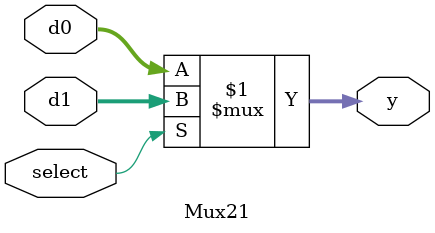
<source format=sv>
/* Name: Shyam Venkatesan */
/* Date: Sep-22-2024 */
/* Description: Verilog file for iterative circuit that builds an 4 bit adder using full adders and half adders. Also builds a 2:1 mux circuit. */

// Module for the half adder structure
module HalfAdder(a, b, carry, sum);
  // a and b are 1 bit binary inputs
  input a, b;
  // carry and sum are 1 bit binary outputs
  output carry, sum;
  
  // 1 bit binary temporary variables for basic operations
  wire notA, notB, aAndNotB, notAAndB;
  
  // Structural Verilog 
  
  // Stores result of !a in notA
  not(notA, a);
  // Stores result of !b in notB
  not(notB, b);
  // Stores result of a & notB in aAndNotB
  and(aAndNotB, a, notB);
  // Stores result of notA & B in notAAndB
  and(notAAndB, notA, b);
  // Stores the sum value in sum through aAndNotB | notAAndB
  or(sum, aAndNotB, notAAndB);
  // Stores the carry value in carry through a & b
  and(carry, a, b);
  // End of module
endmodule

// Module for the full adder structure
module FullAdder(a, b, cin, sum, cout);
  // a, b, and c are 1 bit binary inputs
  input a, b, cin;
  // carry and sum are 1 bit binary outputs
  output sum, cout;
  
  // 1 bit binary variables for temporary storage
  wire sum1, carry1, carry2;
  
  // Two half adders conencted to calculate the sum
  
  // Creates a HalfAdder instance with the input a and b, Output values stored in sum1 and carry1.
  HalfAdder hAdder1(.a(a), .b(b), .sum(sum1), .carry(carry1));
  // Creates a HalfAdder instance with the input sum1 and cin, Output values stored in sum and carry2.
  HalfAdder hAdder2(.a(sum1), .b(cin), .sum(sum), .carry(carry2));
  
  // Stores the carry out value in cout through a | b
  or(cout, carry1, carry2);
  // End of module
endmodule

// Module for the 4 bit adder structure
module FourBitAdder(a, b, cin, sum);
  // a and b are 4 bit binary input arrays
  input [3:0] a, b;
  // cin is a 1 bit binary input
  input cin;
  
  // sum is a 5 bit binary output arrays(because max sum is 31)
  output[4:0] sum;
  
  // 1 bit binary variables for temporary storage
  wire cout, cout1, cout2, cout3;
  
  // 4 1-bit full adders chained together to find the sum
  
  // Creates a FullAdder instance with the input a[0], b[0], and cin. Output values stored in sum[0] and cout1.
  FullAdder fAdder1(.a(a[0]), .b(b[0]), .cin(cin), .sum(sum[0]), .cout(cout1));
  // Creates a FullAdder instance with the input a[1], b[1], and cout1. Output values stored in sum[1] and cout2.
  FullAdder fAdder2(.a(a[1]), .b(b[1]), .cin(cout1), .sum(sum[1]), .cout(cout2));
  // Creates a FullAdder instance with the input a[2], b[2], and cout2. Output values stored in sum[2] and cout3.
  FullAdder fAdder3(.a(a[2]), .b(b[2]), .cin(cout2), .sum(sum[2]), .cout(cout3));
  // Creates a FullAdder instance with the input a[3], b[3], and cout3. Output values stored in sum[3] and cout.
  FullAdder fAdder4(.a(a[3]), .b(b[3]), .cin(cout3), .sum(sum[3]), .cout(cout));
  // Stores the final carryout value as the leftmost bit in the sum array.
  assign sum[4] = cout;
  // End of module
endmodule

// Module for the 2:1 mux structure
module Mux21(d0, d1, select, y);
  // d0 and d1 are 8 bit binary input for mux values
  input [7:0] d0, d1;
  // select is a 1 bit binary input for mux decision
  input select;
  
  // y is an 8 bit binary output for selected mux value
  output [7:0] y;
  
  // Ternary logic to assign value of d1 or d0 based on whether select is 1 or 0. 
  assign y = select ? d1 : d0;
  // End of module
endmodule

    
  
  
  
  
  
  
  
  
  
  
  

</source>
